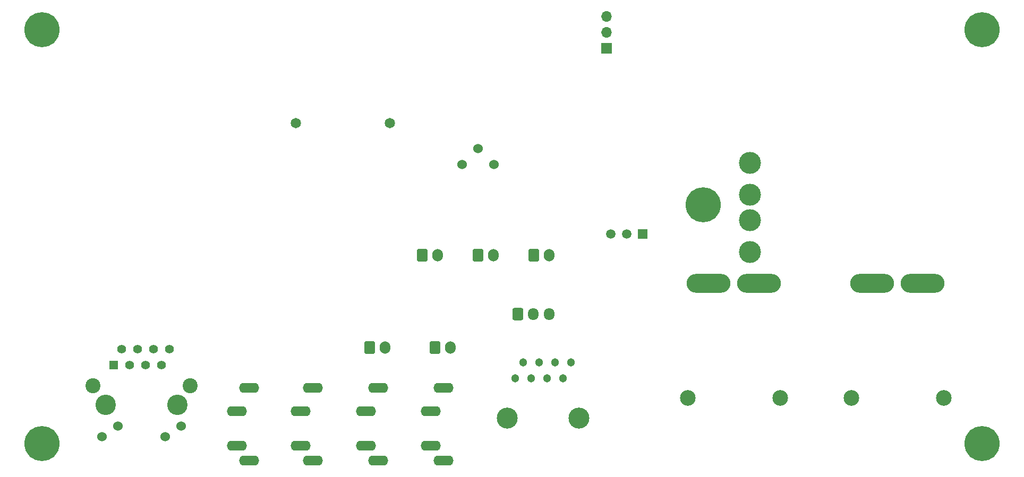
<source format=gbr>
%TF.GenerationSoftware,KiCad,Pcbnew,6.0.2+dfsg-1*%
%TF.CreationDate,2022-12-03T14:35:54-05:00*%
%TF.ProjectId,dragon-lair-fully-integrated,64726167-6f6e-42d6-9c61-69722d66756c,rev?*%
%TF.SameCoordinates,Original*%
%TF.FileFunction,Soldermask,Bot*%
%TF.FilePolarity,Negative*%
%FSLAX46Y46*%
G04 Gerber Fmt 4.6, Leading zero omitted, Abs format (unit mm)*
G04 Created by KiCad (PCBNEW 6.0.2+dfsg-1) date 2022-12-03 14:35:54*
%MOMM*%
%LPD*%
G01*
G04 APERTURE LIST*
G04 Aperture macros list*
%AMRoundRect*
0 Rectangle with rounded corners*
0 $1 Rounding radius*
0 $2 $3 $4 $5 $6 $7 $8 $9 X,Y pos of 4 corners*
0 Add a 4 corners polygon primitive as box body*
4,1,4,$2,$3,$4,$5,$6,$7,$8,$9,$2,$3,0*
0 Add four circle primitives for the rounded corners*
1,1,$1+$1,$2,$3*
1,1,$1+$1,$4,$5*
1,1,$1+$1,$6,$7*
1,1,$1+$1,$8,$9*
0 Add four rect primitives between the rounded corners*
20,1,$1+$1,$2,$3,$4,$5,0*
20,1,$1+$1,$4,$5,$6,$7,0*
20,1,$1+$1,$6,$7,$8,$9,0*
20,1,$1+$1,$8,$9,$2,$3,0*%
G04 Aperture macros list end*
%ADD10C,5.600000*%
%ADD11R,1.700000X1.700000*%
%ADD12O,1.700000X1.700000*%
%ADD13RoundRect,0.250000X-0.600000X-0.750000X0.600000X-0.750000X0.600000X0.750000X-0.600000X0.750000X0*%
%ADD14O,1.700000X2.000000*%
%ADD15O,3.200000X1.600000*%
%ADD16C,1.524000*%
%ADD17C,2.500000*%
%ADD18O,7.000000X3.000000*%
%ADD19RoundRect,0.250000X-0.600000X-0.725000X0.600000X-0.725000X0.600000X0.725000X-0.600000X0.725000X0*%
%ADD20O,1.700000X1.950000*%
%ADD21C,1.651000*%
%ADD22C,3.250000*%
%ADD23R,1.408000X1.408000*%
%ADD24C,1.408000*%
%ADD25C,1.530000*%
%ADD26C,2.400000*%
%ADD27R,1.508000X1.508000*%
%ADD28C,1.508000*%
%ADD29C,3.500000*%
%ADD30C,3.350000*%
%ADD31C,1.303000*%
G04 APERTURE END LIST*
D10*
%TO.C,H2*%
X60960000Y-111760000D03*
%TD*%
D11*
%TO.C,J1*%
X151003000Y-48649000D03*
D12*
X151003000Y-46109000D03*
X151003000Y-43569000D03*
%TD*%
D13*
%TO.C,J11*%
X121559000Y-81667000D03*
D14*
X124059000Y-81667000D03*
%TD*%
D15*
%TO.C,J5*%
X94006500Y-114427000D03*
X92006500Y-112027000D03*
X92006500Y-106527000D03*
X94006500Y-102827000D03*
%TD*%
D16*
%TO.C,RV1*%
X132992500Y-67190000D03*
X130452500Y-64650000D03*
X127912500Y-67190000D03*
%TD*%
D13*
%TO.C,J13*%
X130449000Y-81667000D03*
D14*
X132949000Y-81667000D03*
%TD*%
D17*
%TO.C,J2*%
X163917000Y-104454000D03*
X178649000Y-104454000D03*
D18*
X175220000Y-86166000D03*
X167219000Y-86166000D03*
%TD*%
D10*
%TO.C,H5*%
X166370000Y-73660000D03*
%TD*%
D19*
%TO.C,J8*%
X136819000Y-91065000D03*
D20*
X139319000Y-91065000D03*
X141819000Y-91065000D03*
%TD*%
D13*
%TO.C,J12*%
X139339000Y-81667000D03*
D14*
X141839000Y-81667000D03*
%TD*%
D15*
%TO.C,J7*%
X104166500Y-114427000D03*
X102166500Y-112027000D03*
X102166500Y-106527000D03*
X104166500Y-102827000D03*
%TD*%
D13*
%TO.C,J9*%
X113177000Y-96399000D03*
D14*
X115677000Y-96399000D03*
%TD*%
D13*
%TO.C,J10*%
X123591000Y-96399000D03*
D14*
X126091000Y-96399000D03*
%TD*%
D15*
%TO.C,J6*%
X114580500Y-114440000D03*
X112580500Y-112040000D03*
X112580500Y-106540000D03*
X114580500Y-102840000D03*
%TD*%
D21*
%TO.C,BZ1*%
X116459000Y-60602000D03*
X101459000Y-60602000D03*
%TD*%
D10*
%TO.C,H1*%
X60960000Y-45720000D03*
%TD*%
D22*
%TO.C,P2*%
X82550000Y-105560000D03*
X71120000Y-105560000D03*
D23*
X72390000Y-99210000D03*
D24*
X73660000Y-96670000D03*
X74930000Y-99210000D03*
X76200000Y-96670000D03*
X77470000Y-99210000D03*
X78740000Y-96670000D03*
X80010000Y-99210000D03*
X81280000Y-96670000D03*
D25*
X70510000Y-110640000D03*
X73077000Y-108940000D03*
X80593000Y-110640000D03*
X83160000Y-108940000D03*
D26*
X69085000Y-102510000D03*
X84585000Y-102510000D03*
%TD*%
D27*
%TO.C,PS1*%
X156697500Y-78271750D03*
D28*
X154157500Y-78271750D03*
X151617500Y-78271750D03*
%TD*%
D17*
%TO.C,J3*%
X190002800Y-104448000D03*
X204734800Y-104448000D03*
D18*
X201305800Y-86160000D03*
X193304800Y-86160000D03*
%TD*%
D29*
%TO.C,F1*%
X173863000Y-81172000D03*
X173863000Y-76092000D03*
X173863000Y-66952000D03*
X173863000Y-72032000D03*
%TD*%
D10*
%TO.C,H3*%
X210820000Y-45720000D03*
%TD*%
D15*
%TO.C,J4*%
X124968000Y-114450000D03*
X122968000Y-112050000D03*
X122968000Y-106550000D03*
X124968000Y-102850000D03*
%TD*%
D10*
%TO.C,H4*%
X210820000Y-111760000D03*
%TD*%
D30*
%TO.C,J14*%
X135127000Y-107696000D03*
X146559000Y-107696000D03*
D31*
X136398000Y-101346000D03*
X137668000Y-98806000D03*
X138938000Y-101346000D03*
X140208000Y-98806000D03*
X141478000Y-101346000D03*
X142748000Y-98806000D03*
X144018000Y-101346000D03*
X145288000Y-98806000D03*
%TD*%
M02*

</source>
